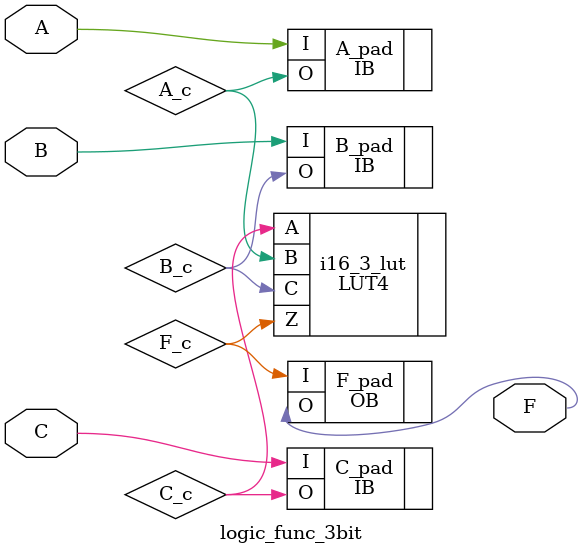
<source format=v>

module logic_func_3bit (A, B, C, F) /* synthesis syn_module_defined=1 */ ;   // d:/rtl_fpga/verilog/logic_func_3bit/logic_func_3bits.v(1[8:23])
    input A;   // d:/rtl_fpga/verilog/logic_func_3bit/logic_func_3bits.v(2[7:8])
    input B;   // d:/rtl_fpga/verilog/logic_func_3bit/logic_func_3bits.v(2[9:10])
    input C;   // d:/rtl_fpga/verilog/logic_func_3bit/logic_func_3bits.v(2[11:12])
    output F;   // d:/rtl_fpga/verilog/logic_func_3bit/logic_func_3bits.v(3[8:9])
    
    
    wire A_c, B_c, C_c, F_c, GND_net, VCC_net;
    
    IB B_pad (.I(B), .O(B_c));   // d:/rtl_fpga/verilog/logic_func_3bit/logic_func_3bits.v(2[9:10])
    IB A_pad (.I(A), .O(A_c));   // d:/rtl_fpga/verilog/logic_func_3bit/logic_func_3bits.v(2[7:8])
    VLO i29 (.Z(GND_net));
    GSR GSR_INST (.GSR(VCC_net));
    PUR PUR_INST (.PUR(VCC_net));
    defparam PUR_INST.RST_PULSE = 1;
    OB F_pad (.I(F_c), .O(F));   // d:/rtl_fpga/verilog/logic_func_3bit/logic_func_3bits.v(3[8:9])
    LUT4 i16_3_lut (.A(C_c), .B(A_c), .C(B_c), .Z(F_c)) /* synthesis lut_function=(!(A+(B (C)+!B !(C)))) */ ;   // d:/rtl_fpga/verilog/logic_func_3bit/logic_func_3bits.v(13[3:12])
    defparam i16_3_lut.init = 16'h1414;
    IB C_pad (.I(C), .O(C_c));   // d:/rtl_fpga/verilog/logic_func_3bit/logic_func_3bits.v(2[11:12])
    VHI i30 (.Z(VCC_net));
    
endmodule
//
// Verilog Description of module PUR
// module not written out since it is a black-box. 
//


</source>
